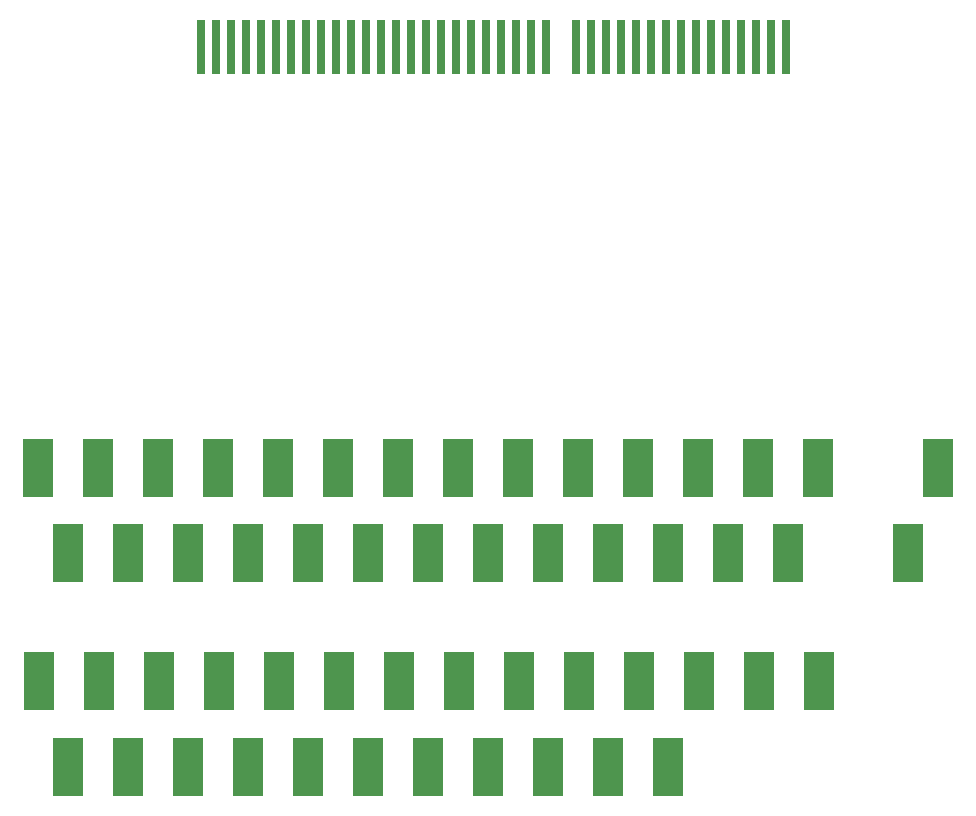
<source format=gbr>
G04*
G04 #@! TF.GenerationSoftware,Altium Limited,Altium Designer,22.11.1 (43)*
G04*
G04 Layer_Color=255*
%FSLAX44Y44*%
%MOMM*%
G71*
G04*
G04 #@! TF.SameCoordinates,FC654CB9-28C8-48F1-B545-0E8A54867809*
G04*
G04*
G04 #@! TF.FilePolarity,Positive*
G04*
G01*
G75*
%ADD14R,2.5000X5.0000*%
%ADD15R,0.6600X4.5720*%
D14*
X423200Y366000D02*
D03*
X270800D02*
D03*
X220000D02*
D03*
X372400D02*
D03*
X321600D02*
D03*
X524800D02*
D03*
X575600D02*
D03*
X474000D02*
D03*
X626400D02*
D03*
X118400D02*
D03*
X169200D02*
D03*
X145200Y439000D02*
D03*
X94400D02*
D03*
X754800D02*
D03*
X602400D02*
D03*
X450000D02*
D03*
X704000D02*
D03*
X551600D02*
D03*
X500800D02*
D03*
X653200D02*
D03*
X297600D02*
D03*
X348400D02*
D03*
X196000D02*
D03*
X246800D02*
D03*
X399200D02*
D03*
X576200Y547000D02*
D03*
X525400D02*
D03*
X474600D02*
D03*
X423800D02*
D03*
X373000D02*
D03*
X322200D02*
D03*
X271400D02*
D03*
X220600D02*
D03*
X169800D02*
D03*
X627000D02*
D03*
X677800D02*
D03*
X728600D02*
D03*
X398200Y619000D02*
D03*
X245800D02*
D03*
X195000D02*
D03*
X347400D02*
D03*
X296600D02*
D03*
X652200D02*
D03*
X499800D02*
D03*
X550600D02*
D03*
X703000D02*
D03*
X449000D02*
D03*
X601400D02*
D03*
X753800D02*
D03*
X119000Y547000D02*
D03*
X93400Y619000D02*
D03*
X144200D02*
D03*
X830200Y547000D02*
D03*
X855400Y619000D02*
D03*
D15*
X231765Y976000D02*
D03*
X244465D02*
D03*
X257165D02*
D03*
X269865D02*
D03*
X282565D02*
D03*
X295265D02*
D03*
X307965D02*
D03*
X320665D02*
D03*
X333365D02*
D03*
X346065D02*
D03*
X358765D02*
D03*
X371465D02*
D03*
X384165D02*
D03*
X396865D02*
D03*
X409565D02*
D03*
X422265D02*
D03*
X434965D02*
D03*
X447665D02*
D03*
X460365D02*
D03*
X473065D02*
D03*
X485765D02*
D03*
X498465D02*
D03*
X511165D02*
D03*
X523865D02*
D03*
X549265D02*
D03*
X561965D02*
D03*
X574665D02*
D03*
X587365D02*
D03*
X600065D02*
D03*
X612765D02*
D03*
X625465D02*
D03*
X638165D02*
D03*
X650865D02*
D03*
X663565D02*
D03*
X676265D02*
D03*
X688965D02*
D03*
X701665D02*
D03*
X714365D02*
D03*
X727065D02*
D03*
M02*

</source>
